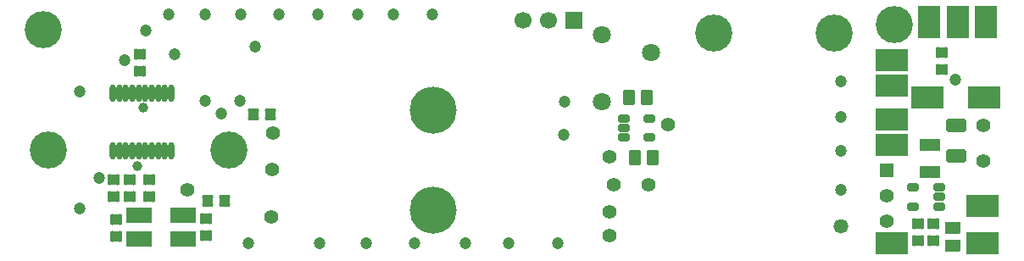
<source format=gbs>
G04 Layer_Color=16711935*
%FSLAX42Y42*%
%MOMM*%
G71*
G01*
G75*
G04:AMPARAMS|DCode=39|XSize=1.2mm|YSize=1.1mm|CornerRadius=0.21mm|HoleSize=0mm|Usage=FLASHONLY|Rotation=90.000|XOffset=0mm|YOffset=0mm|HoleType=Round|Shape=RoundedRectangle|*
%AMROUNDEDRECTD39*
21,1,1.20,0.68,0,0,90.0*
21,1,0.78,1.10,0,0,90.0*
1,1,0.43,0.34,0.39*
1,1,0.43,0.34,-0.39*
1,1,0.43,-0.34,-0.39*
1,1,0.43,-0.34,0.39*
%
%ADD39ROUNDEDRECTD39*%
%ADD40R,3.20X2.20*%
%ADD43C,1.40*%
%ADD44C,4.70*%
%ADD45C,3.70*%
%ADD46C,1.80*%
%ADD47C,1.70*%
%ADD48R,1.70X1.70*%
%ADD49R,1.40X1.40*%
%ADD50C,1.73*%
%ADD51C,1.20*%
%ADD52C,1.47*%
%ADD53C,1.00*%
G04:AMPARAMS|DCode=54|XSize=1.2mm|YSize=1.1mm|CornerRadius=0.21mm|HoleSize=0mm|Usage=FLASHONLY|Rotation=0.000|XOffset=0mm|YOffset=0mm|HoleType=Round|Shape=RoundedRectangle|*
%AMROUNDEDRECTD54*
21,1,1.20,0.68,0,0,0.0*
21,1,0.78,1.10,0,0,0.0*
1,1,0.43,0.39,-0.34*
1,1,0.43,-0.39,-0.34*
1,1,0.43,-0.39,0.34*
1,1,0.43,0.39,0.34*
%
%ADD54ROUNDEDRECTD54*%
%ADD55R,2.60X1.50*%
G04:AMPARAMS|DCode=56|XSize=1.6mm|YSize=1.2mm|CornerRadius=0.23mm|HoleSize=0mm|Usage=FLASHONLY|Rotation=90.000|XOffset=0mm|YOffset=0mm|HoleType=Round|Shape=RoundedRectangle|*
%AMROUNDEDRECTD56*
21,1,1.60,0.75,0,0,90.0*
21,1,1.15,1.20,0,0,90.0*
1,1,0.45,0.38,0.57*
1,1,0.45,0.38,-0.57*
1,1,0.45,-0.38,-0.57*
1,1,0.45,-0.38,0.57*
%
%ADD56ROUNDEDRECTD56*%
%ADD57O,0.65X1.75*%
G04:AMPARAMS|DCode=58|XSize=0.8mm|YSize=1.2mm|CornerRadius=0.18mm|HoleSize=0mm|Usage=FLASHONLY|Rotation=90.000|XOffset=0mm|YOffset=0mm|HoleType=Round|Shape=RoundedRectangle|*
%AMROUNDEDRECTD58*
21,1,0.80,0.85,0,0,90.0*
21,1,0.45,1.20,0,0,90.0*
1,1,0.35,0.42,0.23*
1,1,0.35,0.42,-0.23*
1,1,0.35,-0.42,-0.23*
1,1,0.35,-0.42,0.23*
%
%ADD58ROUNDEDRECTD58*%
%ADD59R,2.20X3.20*%
G04:AMPARAMS|DCode=60|XSize=2mm|YSize=1.35mm|CornerRadius=0.25mm|HoleSize=0mm|Usage=FLASHONLY|Rotation=0.000|XOffset=0mm|YOffset=0mm|HoleType=Round|Shape=RoundedRectangle|*
%AMROUNDEDRECTD60*
21,1,2.00,0.86,0,0,0.0*
21,1,1.51,1.35,0,0,0.0*
1,1,0.49,0.76,-0.43*
1,1,0.49,-0.76,-0.43*
1,1,0.49,-0.76,0.43*
1,1,0.49,0.76,0.43*
%
%ADD60ROUNDEDRECTD60*%
%ADD61R,2.00X1.30*%
G04:AMPARAMS|DCode=62|XSize=1.6mm|YSize=1.2mm|CornerRadius=0.23mm|HoleSize=0mm|Usage=FLASHONLY|Rotation=180.000|XOffset=0mm|YOffset=0mm|HoleType=Round|Shape=RoundedRectangle|*
%AMROUNDEDRECTD62*
21,1,1.60,0.75,0,0,180.0*
21,1,1.15,1.20,0,0,180.0*
1,1,0.45,-0.57,0.38*
1,1,0.45,0.57,0.38*
1,1,0.45,0.57,-0.38*
1,1,0.45,-0.57,-0.38*
%
%ADD62ROUNDEDRECTD62*%
D39*
X2405Y1450D02*
D03*
X2575D02*
D03*
X1945Y590D02*
D03*
X2115D02*
D03*
D40*
X8780Y1740D02*
D03*
X9130Y1620D02*
D03*
X9700D02*
D03*
X8780Y2000D02*
D03*
X8780Y170D02*
D03*
X9680D02*
D03*
X8780Y1150D02*
D03*
Y1400D02*
D03*
X9680Y540D02*
D03*
D43*
X5960Y1030D02*
D03*
X2580Y430D02*
D03*
X5960Y480D02*
D03*
X2590Y900D02*
D03*
X5960Y240D02*
D03*
X2600Y1268D02*
D03*
X6350Y750D02*
D03*
X6000D02*
D03*
X8730Y390D02*
D03*
Y644D02*
D03*
X9690Y990D02*
D03*
Y1340D02*
D03*
X6540Y1350D02*
D03*
X1740Y700D02*
D03*
D44*
X4200Y1500D02*
D03*
Y500D02*
D03*
D45*
X300Y2300D02*
D03*
X8200Y2270D02*
D03*
X7000D02*
D03*
X8800Y2350D02*
D03*
X2158Y1095D02*
D03*
X358D02*
D03*
D46*
X5885Y1580D02*
D03*
Y2250D02*
D03*
X6375Y2070D02*
D03*
D47*
X5092Y2390D02*
D03*
X5346D02*
D03*
D48*
X5600D02*
D03*
D49*
X8730Y898D02*
D03*
D50*
X9667Y527D02*
D03*
X9440Y2380D02*
D03*
X8780Y1400D02*
D03*
Y1150D02*
D03*
X9680Y170D02*
D03*
D51*
X2350D02*
D03*
X2420Y2130D02*
D03*
X2085Y1465D02*
D03*
X1120Y2000D02*
D03*
X1615Y2055D02*
D03*
X1560Y2450D02*
D03*
X1920D02*
D03*
X2280D02*
D03*
X2660D02*
D03*
X3050D02*
D03*
X4190D02*
D03*
X3800D02*
D03*
X3443Y2453D02*
D03*
X3060Y170D02*
D03*
X3530D02*
D03*
X4010D02*
D03*
X4520D02*
D03*
X4950D02*
D03*
X5440D02*
D03*
X8274Y697D02*
D03*
Y1087D02*
D03*
Y1427D02*
D03*
Y1787D02*
D03*
X1330Y2290D02*
D03*
X860Y820D02*
D03*
X5510Y1580D02*
D03*
X5500Y1250D02*
D03*
X1920Y1590D02*
D03*
X2270D02*
D03*
X667Y513D02*
D03*
Y1683D02*
D03*
X9413Y1800D02*
D03*
D52*
X8274Y337D02*
D03*
D53*
X1300Y1520D02*
D03*
X1240Y940D02*
D03*
X1360Y635D02*
D03*
D54*
X1270Y2055D02*
D03*
Y1885D02*
D03*
X1170Y805D02*
D03*
Y635D02*
D03*
X1010Y805D02*
D03*
Y635D02*
D03*
X1360Y805D02*
D03*
Y635D02*
D03*
X1930Y245D02*
D03*
Y415D02*
D03*
X1030Y405D02*
D03*
Y235D02*
D03*
X9280Y1900D02*
D03*
Y2070D02*
D03*
X9040Y195D02*
D03*
Y365D02*
D03*
X9190Y365D02*
D03*
Y195D02*
D03*
D55*
X1260Y210D02*
D03*
X1700D02*
D03*
Y450D02*
D03*
X1260D02*
D03*
D56*
X6150Y1620D02*
D03*
X6330D02*
D03*
X6390Y1020D02*
D03*
X6210D02*
D03*
D57*
X1062Y1670D02*
D03*
X998D02*
D03*
X1193D02*
D03*
X1127D02*
D03*
X1258D02*
D03*
X1322D02*
D03*
X998Y1090D02*
D03*
X1127D02*
D03*
X1062D02*
D03*
X1258D02*
D03*
X1193D02*
D03*
X1322D02*
D03*
X1387Y1670D02*
D03*
X1453D02*
D03*
X1518D02*
D03*
X1582D02*
D03*
X1453Y1090D02*
D03*
X1387D02*
D03*
X1582D02*
D03*
X1518D02*
D03*
D58*
X6360Y1225D02*
D03*
Y1415D02*
D03*
X6100Y1225D02*
D03*
Y1320D02*
D03*
Y1415D02*
D03*
X8990Y535D02*
D03*
X9250Y725D02*
D03*
Y630D02*
D03*
Y535D02*
D03*
X8990Y725D02*
D03*
D59*
X9150Y2380D02*
D03*
X9440D02*
D03*
X9720D02*
D03*
D60*
X9420Y1340D02*
D03*
Y1040D02*
D03*
D61*
X9160Y1150D02*
D03*
Y880D02*
D03*
D62*
X9390Y140D02*
D03*
Y320D02*
D03*
M02*

</source>
